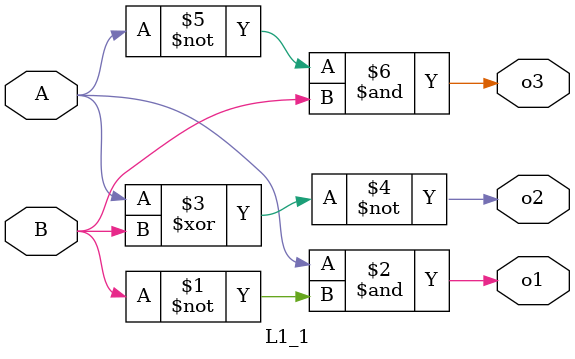
<source format=v>
`timescale 1ns / 1ps


module L1_1(
    input A,
    input B,
    output o1,
    output o2,
    output o3
    );
    assign o1 = A & ~B;
    assign o2 = ~(A ^ B);
    assign o3 = ~A & B;
endmodule

</source>
